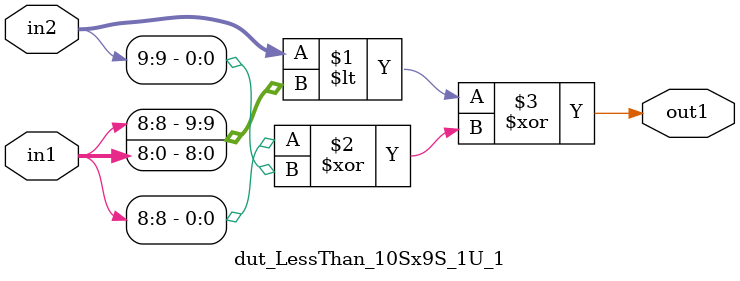
<source format=v>

`timescale 1ps / 1ps


module dut_LessThan_10Sx9S_1U_1( in2, in1, out1 );

    input [9:0] in2;
    input [8:0] in1;
    output out1;

    
    // rtl_process:dut_LessThan_10Sx9S_1U_1/dut_LessThan_10Sx9S_1U_1_thread_1
    assign out1 = (in2 < {in1[8], in1} ^ (in1[8] ^ in2[9]));

endmodule



</source>
